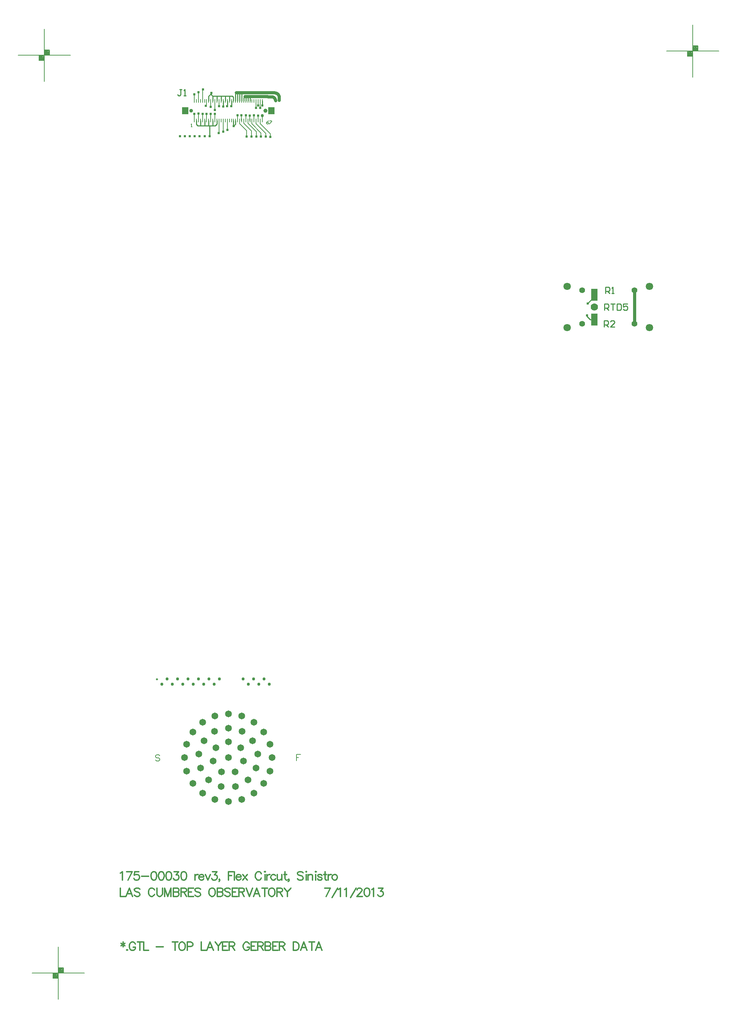
<source format=gtl>
%FSLAX23Y23*%
%MOIN*%
G70*
G01*
G75*
G04 Layer_Physical_Order=1*
G04 Layer_Color=255*
%ADD10C,0.030*%
%ADD11C,0.010*%
%ADD12R,0.010X0.035*%
%ADD13R,0.063X0.071*%
%ADD14R,0.059X0.118*%
%ADD15C,0.007*%
%ADD16C,0.012*%
%ADD17C,0.005*%
%ADD18C,0.008*%
%ADD19C,0.012*%
%ADD20C,0.012*%
%ADD21C,0.071*%
%ADD22C,0.055*%
%ADD23C,0.039*%
%ADD24C,0.035*%
%ADD25C,0.065*%
%ADD26C,0.070*%
%ADD27C,0.024*%
%ADD28C,0.030*%
%ADD29C,0.020*%
D10*
X27355Y22397D02*
X27354Y22406D01*
X27350Y22415D01*
X27344Y22423D01*
X27337Y22428D01*
X27328Y22432D01*
X27318Y22433D01*
X27280Y22435D02*
X27282Y22433D01*
X27391Y22425D02*
X27390Y22435D01*
X27386Y22445D01*
X27381Y22454D01*
X27373Y22461D01*
X27365Y22467D01*
X27355Y22470D01*
X27344Y22471D01*
Y22471D02*
X27343Y22473D01*
X27282Y22433D02*
X27318D01*
X27230Y22435D02*
X27280D01*
X27211D02*
X27230D01*
X27111D02*
X27211D01*
X27092D02*
X27111D01*
X27063D02*
X27092D01*
X27391Y22398D02*
Y22425D01*
X27151Y22473D02*
X27343D01*
X27031D02*
X27132D01*
X27011D02*
X27031D01*
X26980D02*
X27011D01*
X30786Y20264D02*
Y20587D01*
X27132Y22473D02*
X27151D01*
D11*
X27211Y22435D02*
X27210Y22433D01*
X26974Y22172D02*
Y22204D01*
X26955Y22153D02*
X26974Y22172D01*
X26744Y22450D02*
Y22468D01*
Y22450D02*
X26755Y22439D01*
X26944D01*
X26743Y22463D02*
Y22469D01*
X26718Y22438D02*
X26743Y22463D01*
Y22469D02*
X26744Y22468D01*
X26915Y22391D02*
Y22439D01*
X26876Y22391D02*
Y22439D01*
X26836Y22391D02*
Y22438D01*
X26797Y22391D02*
Y22438D01*
X26757Y22391D02*
Y22437D01*
X26718Y22391D02*
Y22438D01*
X26944Y22439D02*
X26954Y22429D01*
Y22391D02*
Y22429D01*
Y22154D02*
X26955Y22153D01*
X26954Y22154D02*
Y22204D01*
X26726Y22155D02*
X26726Y22155D01*
X26781D01*
X26614D02*
X26726D01*
X26726Y22057D02*
Y22155D01*
X26639Y22158D02*
Y22204D01*
X26679Y22161D02*
Y22204D01*
X26718Y22156D02*
Y22204D01*
X26757Y22158D02*
Y22204D01*
X26797Y22171D02*
Y22204D01*
X26781Y22155D02*
X26797Y22171D01*
X26600Y22170D02*
X26614Y22155D01*
X26600Y22170D02*
Y22204D01*
X27230Y22350D02*
Y22391D01*
Y22350D02*
X27230Y22349D01*
X27111Y22435D02*
X27112Y22434D01*
X27092Y22391D02*
Y22434D01*
X27112Y22391D02*
Y22434D01*
X27092Y22434D02*
X27092Y22435D01*
X27072Y22391D02*
Y22425D01*
X27053Y22391D02*
Y22425D01*
X27063Y22435D02*
X27072Y22425D01*
X27053Y22425D02*
X27063Y22435D01*
X27031Y22473D02*
X27033Y22471D01*
X27013Y22391D02*
Y22471D01*
X27033Y22391D02*
Y22471D01*
X27011Y22473D02*
X27013Y22471D01*
X26994Y22391D02*
Y22459D01*
X26974Y22391D02*
Y22466D01*
X26980Y22473D02*
X26994Y22459D01*
X26974Y22466D02*
X26980Y22473D01*
X26934Y22343D02*
X26935Y22344D01*
Y22391D01*
X26894Y22342D02*
X26895Y22343D01*
Y22391D01*
X26855Y22339D02*
X26856Y22340D01*
Y22391D01*
X30339Y20459D02*
X30404Y20524D01*
Y20543D01*
X30334Y20337D02*
Y20344D01*
X30364Y20307D02*
X30404D01*
X30334Y20337D02*
X30364Y20307D01*
X27230Y22434D02*
X27230Y22435D01*
X27151Y22473D02*
X27151Y22473D01*
X27131Y22472D02*
X27132Y22473D01*
X26813Y22085D02*
X26816Y22082D01*
X26459Y22503D02*
X26439D01*
X26449D01*
Y22453D01*
X26439Y22443D01*
X26429D01*
X26419Y22453D01*
X26479Y22443D02*
X26499D01*
X26489D01*
Y22503D01*
X26479Y22493D01*
X30500Y20396D02*
Y20456D01*
X30530D01*
X30540Y20446D01*
Y20426D01*
X30530Y20416D01*
X30500D01*
X30520D02*
X30540Y20396D01*
X30560Y20456D02*
X30600D01*
X30580D01*
Y20396D01*
X30620Y20456D02*
Y20396D01*
X30650D01*
X30660Y20406D01*
Y20446D01*
X30650Y20456D01*
X30620D01*
X30720D02*
X30680D01*
Y20426D01*
X30700Y20436D01*
X30710D01*
X30720Y20426D01*
Y20406D01*
X30710Y20396D01*
X30690D01*
X30680Y20406D01*
X30509Y20557D02*
Y20617D01*
X30539D01*
X30549Y20607D01*
Y20587D01*
X30539Y20577D01*
X30509D01*
X30529D02*
X30549Y20557D01*
X30569D02*
X30589D01*
X30579D01*
Y20617D01*
X30569Y20607D01*
X30495Y20236D02*
Y20296D01*
X30525D01*
X30535Y20286D01*
Y20266D01*
X30525Y20256D01*
X30495D01*
X30515D02*
X30535Y20236D01*
X30595D02*
X30555D01*
X30595Y20276D01*
Y20286D01*
X30585Y20296D01*
X30565D01*
X30555Y20286D01*
D12*
X27151Y22204D02*
D03*
X27131D02*
D03*
X27112D02*
D03*
X27092D02*
D03*
X27072D02*
D03*
X27053D02*
D03*
X27033D02*
D03*
X27013D02*
D03*
X26994D02*
D03*
X26974D02*
D03*
X26954D02*
D03*
X26935D02*
D03*
X26915D02*
D03*
X26895D02*
D03*
X26876D02*
D03*
X26856D02*
D03*
X26836D02*
D03*
X26817D02*
D03*
X26797D02*
D03*
X26777D02*
D03*
X26757D02*
D03*
X26738D02*
D03*
X26718D02*
D03*
X26698D02*
D03*
X26679D02*
D03*
X26659D02*
D03*
X26639D02*
D03*
X26620D02*
D03*
X26600D02*
D03*
X26580D02*
D03*
X27230Y22391D02*
D03*
X27210D02*
D03*
X27191D02*
D03*
X27171D02*
D03*
X27151D02*
D03*
X27131D02*
D03*
X27112D02*
D03*
X27092D02*
D03*
X27072D02*
D03*
X27053D02*
D03*
X27033D02*
D03*
X27013D02*
D03*
X26994D02*
D03*
X26974D02*
D03*
X26954D02*
D03*
X26935D02*
D03*
X26915D02*
D03*
X26895D02*
D03*
X26876D02*
D03*
X26856D02*
D03*
X26836D02*
D03*
X26817D02*
D03*
X26797D02*
D03*
X26777D02*
D03*
X26757D02*
D03*
X26738D02*
D03*
X26718D02*
D03*
X26698D02*
D03*
X26679D02*
D03*
X26659D02*
D03*
X26639D02*
D03*
X26620D02*
D03*
X26600D02*
D03*
X26580D02*
D03*
X27230Y22204D02*
D03*
X27210D02*
D03*
X27191D02*
D03*
X27171D02*
D03*
D13*
X26492Y22298D02*
D03*
X27318D02*
D03*
D14*
X30404Y20307D02*
D03*
Y20543D02*
D03*
D15*
X26993Y22205D02*
X26994Y22204D01*
X26993Y22205D02*
Y22255D01*
X27072Y22205D02*
X27072Y22204D01*
X27072Y22205D02*
Y22257D01*
X27151Y22204D02*
Y22254D01*
X27150Y22254D02*
X27151Y22254D01*
X27230Y22204D02*
X27230Y22205D01*
Y22253D01*
X27031Y22206D02*
X27033Y22204D01*
X27031Y22206D02*
Y22254D01*
X27111Y22205D02*
X27112Y22204D01*
X27111Y22205D02*
Y22253D01*
X27191Y22204D02*
Y22251D01*
X27190Y22251D02*
X27191Y22251D01*
X27080Y22052D02*
Y22110D01*
X27013Y22177D02*
X27080Y22110D01*
X27013Y22177D02*
Y22204D01*
X27126Y22052D02*
Y22106D01*
X27053Y22180D02*
X27126Y22106D01*
X27053Y22180D02*
Y22204D01*
X27173Y22051D02*
Y22098D01*
X27092Y22180D02*
X27173Y22098D01*
X27092Y22180D02*
Y22204D01*
X27218Y22051D02*
Y22087D01*
X27131Y22174D02*
X27218Y22087D01*
X27131Y22174D02*
Y22204D01*
X27262Y22051D02*
Y22083D01*
X27171Y22175D02*
X27262Y22083D01*
X27171Y22175D02*
Y22204D01*
X27305Y22050D02*
Y22079D01*
X27210Y22174D02*
X27305Y22079D01*
X27210Y22174D02*
Y22204D01*
X27169Y22389D02*
X27171Y22391D01*
X27169Y22328D02*
Y22389D01*
Y22328D02*
X27170Y22326D01*
X27189Y22390D02*
X27191Y22391D01*
X27189Y22349D02*
Y22390D01*
X27210Y22391D02*
X27210Y22391D01*
X27210Y22328D02*
Y22391D01*
Y22328D02*
X27210Y22327D01*
X26579Y22205D02*
X26580Y22204D01*
X26579Y22205D02*
Y22269D01*
X26579Y22269D02*
X26579Y22269D01*
X26620Y22204D02*
X26620Y22205D01*
Y22248D01*
X26620Y22249D02*
X26620Y22248D01*
X26620Y22249D02*
Y22272D01*
X26659Y22204D02*
Y22269D01*
X26698Y22204D02*
Y22268D01*
X26738Y22204D02*
Y22270D01*
X26777Y22204D02*
Y22269D01*
X26579Y22456D02*
X26580Y22455D01*
Y22391D02*
Y22455D01*
X26621Y22393D02*
Y22475D01*
X26620Y22391D02*
X26621Y22393D01*
X26659Y22391D02*
Y22499D01*
X26662Y22502D01*
X26691Y22347D02*
X26698Y22354D01*
Y22391D01*
X26698Y22391D01*
X26737Y22335D02*
Y22391D01*
X26738Y22391D01*
X26776Y22306D02*
Y22391D01*
X26777Y22391D01*
X26816Y22341D02*
Y22391D01*
X26817Y22391D01*
X26816Y22204D02*
X26817Y22204D01*
X26855Y22204D02*
X26856Y22204D01*
X26855Y22099D02*
Y22204D01*
X26895Y22116D02*
X26895Y22116D01*
X26895Y22116D02*
Y22204D01*
X26816Y22082D02*
Y22204D01*
D16*
X25899Y14364D02*
Y14318D01*
X25880Y14353D02*
X25918Y14330D01*
Y14353D02*
X25880Y14330D01*
X25938Y14292D02*
X25934Y14288D01*
X25938Y14284D01*
X25942Y14288D01*
X25938Y14292D01*
X26016Y14345D02*
X26012Y14353D01*
X26005Y14360D01*
X25997Y14364D01*
X25982D01*
X25974Y14360D01*
X25967Y14353D01*
X25963Y14345D01*
X25959Y14334D01*
Y14315D01*
X25963Y14303D01*
X25967Y14296D01*
X25974Y14288D01*
X25982Y14284D01*
X25997D01*
X26005Y14288D01*
X26012Y14296D01*
X26016Y14303D01*
Y14315D01*
X25997D02*
X26016D01*
X26061Y14364D02*
Y14284D01*
X26035Y14364D02*
X26088D01*
X26097D02*
Y14284D01*
X26143D01*
X26215Y14318D02*
X26283D01*
X26396Y14364D02*
Y14284D01*
X26370Y14364D02*
X26423D01*
X26455D02*
X26448Y14360D01*
X26440Y14353D01*
X26436Y14345D01*
X26433Y14334D01*
Y14315D01*
X26436Y14303D01*
X26440Y14296D01*
X26448Y14288D01*
X26455Y14284D01*
X26471D01*
X26478Y14288D01*
X26486Y14296D01*
X26490Y14303D01*
X26493Y14315D01*
Y14334D01*
X26490Y14345D01*
X26486Y14353D01*
X26478Y14360D01*
X26471Y14364D01*
X26455D01*
X26512Y14322D02*
X26546D01*
X26558Y14326D01*
X26562Y14330D01*
X26565Y14337D01*
Y14349D01*
X26562Y14356D01*
X26558Y14360D01*
X26546Y14364D01*
X26512D01*
Y14284D01*
X26646Y14364D02*
Y14284D01*
X26692D01*
X26762D02*
X26731Y14364D01*
X26701Y14284D01*
X26712Y14311D02*
X26750D01*
X26780Y14364D02*
X26811Y14326D01*
Y14284D01*
X26841Y14364D02*
X26811Y14326D01*
X26901Y14364D02*
X26851D01*
Y14284D01*
X26901D01*
X26851Y14326D02*
X26882D01*
X26914Y14364D02*
Y14284D01*
Y14364D02*
X26949D01*
X26960Y14360D01*
X26964Y14356D01*
X26968Y14349D01*
Y14341D01*
X26964Y14334D01*
X26960Y14330D01*
X26949Y14326D01*
X26914D01*
X26941D02*
X26968Y14284D01*
X27106Y14345D02*
X27102Y14353D01*
X27094Y14360D01*
X27086Y14364D01*
X27071D01*
X27064Y14360D01*
X27056Y14353D01*
X27052Y14345D01*
X27048Y14334D01*
Y14315D01*
X27052Y14303D01*
X27056Y14296D01*
X27064Y14288D01*
X27071Y14284D01*
X27086D01*
X27094Y14288D01*
X27102Y14296D01*
X27106Y14303D01*
Y14315D01*
X27086D02*
X27106D01*
X27173Y14364D02*
X27124D01*
Y14284D01*
X27173D01*
X27124Y14326D02*
X27154D01*
X27187Y14364D02*
Y14284D01*
Y14364D02*
X27221D01*
X27232Y14360D01*
X27236Y14356D01*
X27240Y14349D01*
Y14341D01*
X27236Y14334D01*
X27232Y14330D01*
X27221Y14326D01*
X27187D01*
X27213D02*
X27240Y14284D01*
X27258Y14364D02*
Y14284D01*
Y14364D02*
X27292D01*
X27304Y14360D01*
X27307Y14356D01*
X27311Y14349D01*
Y14341D01*
X27307Y14334D01*
X27304Y14330D01*
X27292Y14326D01*
X27258D02*
X27292D01*
X27304Y14322D01*
X27307Y14318D01*
X27311Y14311D01*
Y14299D01*
X27307Y14292D01*
X27304Y14288D01*
X27292Y14284D01*
X27258D01*
X27379Y14364D02*
X27329D01*
Y14284D01*
X27379D01*
X27329Y14326D02*
X27360D01*
X27392Y14364D02*
Y14284D01*
Y14364D02*
X27426D01*
X27438Y14360D01*
X27441Y14356D01*
X27445Y14349D01*
Y14341D01*
X27441Y14334D01*
X27438Y14330D01*
X27426Y14326D01*
X27392D01*
X27419D02*
X27445Y14284D01*
X27526Y14364D02*
Y14284D01*
Y14364D02*
X27553D01*
X27564Y14360D01*
X27572Y14353D01*
X27576Y14345D01*
X27579Y14334D01*
Y14315D01*
X27576Y14303D01*
X27572Y14296D01*
X27564Y14288D01*
X27553Y14284D01*
X27526D01*
X27658D02*
X27628Y14364D01*
X27597Y14284D01*
X27609Y14311D02*
X27647D01*
X27703Y14364D02*
Y14284D01*
X27677Y14364D02*
X27730D01*
X27801Y14284D02*
X27770Y14364D01*
X27740Y14284D01*
X27751Y14311D02*
X27789D01*
D17*
X26549Y22145D02*
X26559D01*
X26554D01*
Y22175D01*
X26549Y22170D01*
X27290Y22201D02*
X27280Y22196D01*
X27270Y22186D01*
Y22176D01*
X27275Y22171D01*
X27285D01*
X27290Y22176D01*
Y22181D01*
X27285Y22186D01*
X27270D01*
X27300Y22201D02*
X27320D01*
Y22196D01*
X27300Y22176D01*
Y22171D01*
D18*
X27598Y16155D02*
X27558D01*
Y16125D01*
X27578D01*
X27558D01*
Y16095D01*
X26251Y16143D02*
X26241Y16153D01*
X26221D01*
X26211Y16143D01*
Y16133D01*
X26221Y16123D01*
X26241D01*
X26251Y16113D01*
Y16103D01*
X26241Y16093D01*
X26221D01*
X26211Y16103D01*
X25300Y14094D02*
X25310D01*
Y14089D02*
Y14099D01*
X25300Y14089D02*
X25310D01*
X25300D02*
Y14099D01*
X25310D01*
X25315Y14084D02*
Y14099D01*
X25295Y14084D02*
X25315D01*
X25295D02*
Y14104D01*
X25315D01*
X25320Y14079D02*
Y14104D01*
X25290Y14079D02*
X25320D01*
X25290D02*
Y14109D01*
X25320D01*
X25325Y14074D02*
Y14114D01*
X25285Y14074D02*
X25325D01*
X25285D02*
Y14114D01*
X25325D01*
X25250Y14044D02*
X25260D01*
Y14039D02*
Y14049D01*
X25250Y14039D02*
X25260D01*
X25250D02*
Y14049D01*
X25260D01*
X25265Y14034D02*
Y14049D01*
X25245Y14034D02*
X25265D01*
X25245D02*
Y14054D01*
X25265D01*
X25270Y14029D02*
Y14054D01*
X25240Y14029D02*
X25270D01*
X25240D02*
Y14059D01*
X25270D01*
X25275Y14024D02*
Y14064D01*
X25235Y14024D02*
X25275D01*
X25235D02*
Y14064D01*
X25275D01*
X25230Y14019D02*
X25280D01*
X25230D02*
Y14069D01*
X25280Y14119D02*
X25330D01*
Y14069D02*
Y14119D01*
X25280Y13819D02*
Y14319D01*
X25030Y14069D02*
X25530D01*
X25165Y22853D02*
X25175D01*
Y22848D02*
Y22858D01*
X25165Y22848D02*
X25175D01*
X25165D02*
Y22858D01*
X25175D01*
X25180Y22843D02*
Y22858D01*
X25160Y22843D02*
X25180D01*
X25160D02*
Y22863D01*
X25180D01*
X25185Y22838D02*
Y22863D01*
X25155Y22838D02*
X25185D01*
X25155D02*
Y22868D01*
X25185D01*
X25190Y22833D02*
Y22873D01*
X25150Y22833D02*
X25190D01*
X25150D02*
Y22873D01*
X25190D01*
X25115Y22803D02*
X25125D01*
Y22798D02*
Y22808D01*
X25115Y22798D02*
X25125D01*
X25115D02*
Y22808D01*
X25125D01*
X25130Y22793D02*
Y22808D01*
X25110Y22793D02*
X25130D01*
X25110D02*
Y22813D01*
X25130D01*
X25135Y22788D02*
Y22813D01*
X25105Y22788D02*
X25135D01*
X25105D02*
Y22818D01*
X25135D01*
X25140Y22783D02*
Y22823D01*
X25100Y22783D02*
X25140D01*
X25100D02*
Y22823D01*
X25140D01*
X25095Y22778D02*
X25145D01*
X25095D02*
Y22828D01*
X25145Y22878D02*
X25195D01*
Y22828D02*
Y22878D01*
X25145Y22578D02*
Y23078D01*
X24895Y22828D02*
X25395D01*
X31364Y22893D02*
X31374D01*
Y22888D02*
Y22898D01*
X31364Y22888D02*
X31374D01*
X31364D02*
Y22898D01*
X31374D01*
X31379Y22883D02*
Y22898D01*
X31359Y22883D02*
X31379D01*
X31359D02*
Y22903D01*
X31379D01*
X31384Y22878D02*
Y22903D01*
X31354Y22878D02*
X31384D01*
X31354D02*
Y22908D01*
X31384D01*
X31389Y22873D02*
Y22913D01*
X31349Y22873D02*
X31389D01*
X31349D02*
Y22913D01*
X31389D01*
X31314Y22843D02*
X31324D01*
Y22838D02*
Y22848D01*
X31314Y22838D02*
X31324D01*
X31314D02*
Y22848D01*
X31324D01*
X31329Y22833D02*
Y22848D01*
X31309Y22833D02*
X31329D01*
X31309D02*
Y22853D01*
X31329D01*
X31334Y22828D02*
Y22853D01*
X31304Y22828D02*
X31334D01*
X31304D02*
Y22858D01*
X31334D01*
X31339Y22823D02*
Y22863D01*
X31299Y22823D02*
X31339D01*
X31299D02*
Y22863D01*
X31339D01*
X31294Y22818D02*
X31344D01*
X31294D02*
Y22868D01*
X31344Y22918D02*
X31394D01*
Y22868D02*
Y22918D01*
X31344Y22618D02*
Y23118D01*
X31094Y22868D02*
X31594D01*
D19*
X25874Y15021D02*
X25881Y15025D01*
X25893Y15036D01*
Y14956D01*
X25986Y15036D02*
X25948Y14956D01*
X25933Y15036D02*
X25986D01*
X26049D02*
X26011D01*
X26008Y15002D01*
X26011Y15006D01*
X26023Y15010D01*
X26034D01*
X26046Y15006D01*
X26053Y14998D01*
X26057Y14987D01*
Y14979D01*
X26053Y14968D01*
X26046Y14960D01*
X26034Y14956D01*
X26023D01*
X26011Y14960D01*
X26008Y14964D01*
X26004Y14971D01*
X26075Y14991D02*
X26144D01*
X26190Y15036D02*
X26179Y15032D01*
X26171Y15021D01*
X26167Y15002D01*
Y14991D01*
X26171Y14971D01*
X26179Y14960D01*
X26190Y14956D01*
X26198D01*
X26209Y14960D01*
X26217Y14971D01*
X26220Y14991D01*
Y15002D01*
X26217Y15021D01*
X26209Y15032D01*
X26198Y15036D01*
X26190D01*
X26261D02*
X26250Y15032D01*
X26242Y15021D01*
X26238Y15002D01*
Y14991D01*
X26242Y14971D01*
X26250Y14960D01*
X26261Y14956D01*
X26269D01*
X26280Y14960D01*
X26288Y14971D01*
X26292Y14991D01*
Y15002D01*
X26288Y15021D01*
X26280Y15032D01*
X26269Y15036D01*
X26261D01*
X26332D02*
X26321Y15032D01*
X26313Y15021D01*
X26310Y15002D01*
Y14991D01*
X26313Y14971D01*
X26321Y14960D01*
X26332Y14956D01*
X26340D01*
X26351Y14960D01*
X26359Y14971D01*
X26363Y14991D01*
Y15002D01*
X26359Y15021D01*
X26351Y15032D01*
X26340Y15036D01*
X26332D01*
X26388D02*
X26430D01*
X26407Y15006D01*
X26419D01*
X26427Y15002D01*
X26430Y14998D01*
X26434Y14987D01*
Y14979D01*
X26430Y14968D01*
X26423Y14960D01*
X26411Y14956D01*
X26400D01*
X26388Y14960D01*
X26385Y14964D01*
X26381Y14971D01*
X26475Y15036D02*
X26463Y15032D01*
X26456Y15021D01*
X26452Y15002D01*
Y14991D01*
X26456Y14971D01*
X26463Y14960D01*
X26475Y14956D01*
X26483D01*
X26494Y14960D01*
X26502Y14971D01*
X26505Y14991D01*
Y15002D01*
X26502Y15021D01*
X26494Y15032D01*
X26483Y15036D01*
X26475D01*
X26586Y15010D02*
Y14956D01*
Y14987D02*
X26590Y14998D01*
X26598Y15006D01*
X26605Y15010D01*
X26617D01*
X26624Y14987D02*
X26670D01*
Y14994D01*
X26666Y15002D01*
X26662Y15006D01*
X26654Y15010D01*
X26643D01*
X26635Y15006D01*
X26628Y14998D01*
X26624Y14987D01*
Y14979D01*
X26628Y14968D01*
X26635Y14960D01*
X26643Y14956D01*
X26654D01*
X26662Y14960D01*
X26670Y14968D01*
X26687Y15010D02*
X26710Y14956D01*
X26732Y15010D02*
X26710Y14956D01*
X26753Y15036D02*
X26795D01*
X26772Y15006D01*
X26783D01*
X26791Y15002D01*
X26795Y14998D01*
X26799Y14987D01*
Y14979D01*
X26795Y14968D01*
X26787Y14960D01*
X26776Y14956D01*
X26764D01*
X26753Y14960D01*
X26749Y14964D01*
X26745Y14971D01*
X26824Y14960D02*
X26820Y14956D01*
X26817Y14960D01*
X26820Y14964D01*
X26824Y14960D01*
Y14952D01*
X26820Y14945D01*
X26817Y14941D01*
X26905Y15036D02*
Y14956D01*
Y15036D02*
X26954D01*
X26905Y14998D02*
X26935D01*
X26963Y15036D02*
Y14956D01*
X26980Y14987D02*
X27026D01*
Y14994D01*
X27022Y15002D01*
X27018Y15006D01*
X27010Y15010D01*
X26999D01*
X26991Y15006D01*
X26984Y14998D01*
X26980Y14987D01*
Y14979D01*
X26984Y14968D01*
X26991Y14960D01*
X26999Y14956D01*
X27010D01*
X27018Y14960D01*
X27026Y14968D01*
X27043Y15010D02*
X27085Y14956D01*
Y15010D02*
X27043Y14956D01*
X27221Y15017D02*
X27218Y15025D01*
X27210Y15032D01*
X27202Y15036D01*
X27187D01*
X27179Y15032D01*
X27172Y15025D01*
X27168Y15017D01*
X27164Y15006D01*
Y14987D01*
X27168Y14975D01*
X27172Y14968D01*
X27179Y14960D01*
X27187Y14956D01*
X27202D01*
X27210Y14960D01*
X27218Y14968D01*
X27221Y14975D01*
X27251Y15036D02*
X27255Y15032D01*
X27259Y15036D01*
X27255Y15040D01*
X27251Y15036D01*
X27255Y15010D02*
Y14956D01*
X27273Y15010D02*
Y14956D01*
Y14987D02*
X27277Y14998D01*
X27285Y15006D01*
X27292Y15010D01*
X27304D01*
X27357Y14998D02*
X27349Y15006D01*
X27341Y15010D01*
X27330D01*
X27322Y15006D01*
X27315Y14998D01*
X27311Y14987D01*
Y14979D01*
X27315Y14968D01*
X27322Y14960D01*
X27330Y14956D01*
X27341D01*
X27349Y14960D01*
X27357Y14968D01*
X27374Y15010D02*
Y14971D01*
X27378Y14960D01*
X27385Y14956D01*
X27397D01*
X27404Y14960D01*
X27416Y14971D01*
Y15010D02*
Y14956D01*
X27448Y15036D02*
Y14971D01*
X27452Y14960D01*
X27459Y14956D01*
X27467D01*
X27437Y15010D02*
X27463D01*
X27486Y14960D02*
X27482Y14956D01*
X27478Y14960D01*
X27482Y14964D01*
X27486Y14960D01*
Y14952D01*
X27482Y14945D01*
X27478Y14941D01*
X27620Y15025D02*
X27612Y15032D01*
X27601Y15036D01*
X27586D01*
X27574Y15032D01*
X27566Y15025D01*
Y15017D01*
X27570Y15010D01*
X27574Y15006D01*
X27582Y15002D01*
X27605Y14994D01*
X27612Y14991D01*
X27616Y14987D01*
X27620Y14979D01*
Y14968D01*
X27612Y14960D01*
X27601Y14956D01*
X27586D01*
X27574Y14960D01*
X27566Y14968D01*
X27645Y15036D02*
X27649Y15032D01*
X27653Y15036D01*
X27649Y15040D01*
X27645Y15036D01*
X27649Y15010D02*
Y14956D01*
X27667Y15010D02*
Y14956D01*
Y14994D02*
X27678Y15006D01*
X27686Y15010D01*
X27697D01*
X27705Y15006D01*
X27709Y14994D01*
Y14956D01*
X27737Y15036D02*
X27741Y15032D01*
X27745Y15036D01*
X27741Y15040D01*
X27737Y15036D01*
X27741Y15010D02*
Y14956D01*
X27801Y14998D02*
X27797Y15006D01*
X27786Y15010D01*
X27774D01*
X27763Y15006D01*
X27759Y14998D01*
X27763Y14991D01*
X27771Y14987D01*
X27790Y14983D01*
X27797Y14979D01*
X27801Y14971D01*
Y14968D01*
X27797Y14960D01*
X27786Y14956D01*
X27774D01*
X27763Y14960D01*
X27759Y14968D01*
X27829Y15036D02*
Y14971D01*
X27833Y14960D01*
X27841Y14956D01*
X27848D01*
X27818Y15010D02*
X27844D01*
X27860D02*
Y14956D01*
Y14987D02*
X27864Y14998D01*
X27871Y15006D01*
X27879Y15010D01*
X27890D01*
X27916D02*
X27909Y15006D01*
X27901Y14998D01*
X27897Y14987D01*
Y14979D01*
X27901Y14968D01*
X27909Y14960D01*
X27916Y14956D01*
X27928D01*
X27936Y14960D01*
X27943Y14968D01*
X27947Y14979D01*
Y14987D01*
X27943Y14998D01*
X27936Y15006D01*
X27928Y15010D01*
X27916D01*
D20*
X25874Y14880D02*
Y14800D01*
X25920D01*
X25989D02*
X25959Y14880D01*
X25928Y14800D01*
X25940Y14827D02*
X25978D01*
X26061Y14868D02*
X26054Y14876D01*
X26042Y14880D01*
X26027D01*
X26016Y14876D01*
X26008Y14868D01*
Y14861D01*
X26012Y14853D01*
X26016Y14849D01*
X26023Y14846D01*
X26046Y14838D01*
X26054Y14834D01*
X26057Y14830D01*
X26061Y14823D01*
Y14811D01*
X26054Y14804D01*
X26042Y14800D01*
X26027D01*
X26016Y14804D01*
X26008Y14811D01*
X26199Y14861D02*
X26195Y14868D01*
X26188Y14876D01*
X26180Y14880D01*
X26165D01*
X26157Y14876D01*
X26150Y14868D01*
X26146Y14861D01*
X26142Y14849D01*
Y14830D01*
X26146Y14819D01*
X26150Y14811D01*
X26157Y14804D01*
X26165Y14800D01*
X26180D01*
X26188Y14804D01*
X26195Y14811D01*
X26199Y14819D01*
X26222Y14880D02*
Y14823D01*
X26225Y14811D01*
X26233Y14804D01*
X26244Y14800D01*
X26252D01*
X26264Y14804D01*
X26271Y14811D01*
X26275Y14823D01*
Y14880D01*
X26297D02*
Y14800D01*
Y14880D02*
X26327Y14800D01*
X26358Y14880D02*
X26327Y14800D01*
X26358Y14880D02*
Y14800D01*
X26381Y14880D02*
Y14800D01*
Y14880D02*
X26415D01*
X26427Y14876D01*
X26430Y14872D01*
X26434Y14865D01*
Y14857D01*
X26430Y14849D01*
X26427Y14846D01*
X26415Y14842D01*
X26381D02*
X26415D01*
X26427Y14838D01*
X26430Y14834D01*
X26434Y14827D01*
Y14815D01*
X26430Y14808D01*
X26427Y14804D01*
X26415Y14800D01*
X26381D01*
X26452Y14880D02*
Y14800D01*
Y14880D02*
X26486D01*
X26498Y14876D01*
X26502Y14872D01*
X26505Y14865D01*
Y14857D01*
X26502Y14849D01*
X26498Y14846D01*
X26486Y14842D01*
X26452D01*
X26479D02*
X26505Y14800D01*
X26573Y14880D02*
X26523D01*
Y14800D01*
X26573D01*
X26523Y14842D02*
X26554D01*
X26639Y14868D02*
X26632Y14876D01*
X26620Y14880D01*
X26605D01*
X26594Y14876D01*
X26586Y14868D01*
Y14861D01*
X26590Y14853D01*
X26594Y14849D01*
X26601Y14846D01*
X26624Y14838D01*
X26632Y14834D01*
X26636Y14830D01*
X26639Y14823D01*
Y14811D01*
X26632Y14804D01*
X26620Y14800D01*
X26605D01*
X26594Y14804D01*
X26586Y14811D01*
X26743Y14880D02*
X26735Y14876D01*
X26728Y14868D01*
X26724Y14861D01*
X26720Y14849D01*
Y14830D01*
X26724Y14819D01*
X26728Y14811D01*
X26735Y14804D01*
X26743Y14800D01*
X26758D01*
X26766Y14804D01*
X26773Y14811D01*
X26777Y14819D01*
X26781Y14830D01*
Y14849D01*
X26777Y14861D01*
X26773Y14868D01*
X26766Y14876D01*
X26758Y14880D01*
X26743D01*
X26800D02*
Y14800D01*
Y14880D02*
X26834D01*
X26845Y14876D01*
X26849Y14872D01*
X26853Y14865D01*
Y14857D01*
X26849Y14849D01*
X26845Y14846D01*
X26834Y14842D01*
X26800D02*
X26834D01*
X26845Y14838D01*
X26849Y14834D01*
X26853Y14827D01*
Y14815D01*
X26849Y14808D01*
X26845Y14804D01*
X26834Y14800D01*
X26800D01*
X26924Y14868D02*
X26917Y14876D01*
X26905Y14880D01*
X26890D01*
X26879Y14876D01*
X26871Y14868D01*
Y14861D01*
X26875Y14853D01*
X26879Y14849D01*
X26886Y14846D01*
X26909Y14838D01*
X26917Y14834D01*
X26921Y14830D01*
X26924Y14823D01*
Y14811D01*
X26917Y14804D01*
X26905Y14800D01*
X26890D01*
X26879Y14804D01*
X26871Y14811D01*
X26992Y14880D02*
X26942D01*
Y14800D01*
X26992D01*
X26942Y14842D02*
X26973D01*
X27005Y14880D02*
Y14800D01*
Y14880D02*
X27039D01*
X27051Y14876D01*
X27055Y14872D01*
X27058Y14865D01*
Y14857D01*
X27055Y14849D01*
X27051Y14846D01*
X27039Y14842D01*
X27005D01*
X27032D02*
X27058Y14800D01*
X27076Y14880D02*
X27107Y14800D01*
X27137Y14880D02*
X27107Y14800D01*
X27208D02*
X27178Y14880D01*
X27148Y14800D01*
X27159Y14827D02*
X27197D01*
X27254Y14880D02*
Y14800D01*
X27227Y14880D02*
X27280D01*
X27313D02*
X27305Y14876D01*
X27298Y14868D01*
X27294Y14861D01*
X27290Y14849D01*
Y14830D01*
X27294Y14819D01*
X27298Y14811D01*
X27305Y14804D01*
X27313Y14800D01*
X27328D01*
X27336Y14804D01*
X27343Y14811D01*
X27347Y14819D01*
X27351Y14830D01*
Y14849D01*
X27347Y14861D01*
X27343Y14868D01*
X27336Y14876D01*
X27328Y14880D01*
X27313D01*
X27370D02*
Y14800D01*
Y14880D02*
X27404D01*
X27415Y14876D01*
X27419Y14872D01*
X27423Y14865D01*
Y14857D01*
X27419Y14849D01*
X27415Y14846D01*
X27404Y14842D01*
X27370D01*
X27396D02*
X27423Y14800D01*
X27441Y14880D02*
X27471Y14842D01*
Y14800D01*
X27502Y14880D02*
X27471Y14842D01*
X27880Y14880D02*
X27841Y14800D01*
X27826Y14880D02*
X27880D01*
X27897Y14788D02*
X27951Y14880D01*
X27956Y14865D02*
X27964Y14868D01*
X27975Y14880D01*
Y14800D01*
X28015Y14865D02*
X28022Y14868D01*
X28034Y14880D01*
Y14800D01*
X28073Y14788D02*
X28127Y14880D01*
X28136Y14861D02*
Y14865D01*
X28140Y14872D01*
X28143Y14876D01*
X28151Y14880D01*
X28166D01*
X28174Y14876D01*
X28178Y14872D01*
X28182Y14865D01*
Y14857D01*
X28178Y14849D01*
X28170Y14838D01*
X28132Y14800D01*
X28185D01*
X28226Y14880D02*
X28215Y14876D01*
X28207Y14865D01*
X28203Y14846D01*
Y14834D01*
X28207Y14815D01*
X28215Y14804D01*
X28226Y14800D01*
X28234D01*
X28245Y14804D01*
X28253Y14815D01*
X28257Y14834D01*
Y14846D01*
X28253Y14865D01*
X28245Y14876D01*
X28234Y14880D01*
X28226D01*
X28275Y14865D02*
X28282Y14868D01*
X28294Y14880D01*
Y14800D01*
X28341Y14880D02*
X28383D01*
X28360Y14849D01*
X28371D01*
X28379Y14846D01*
X28383Y14842D01*
X28386Y14830D01*
Y14823D01*
X28383Y14811D01*
X28375Y14804D01*
X28364Y14800D01*
X28352D01*
X28341Y14804D01*
X28337Y14808D01*
X28333Y14815D01*
D21*
X30930Y20622D02*
D03*
Y20228D02*
D03*
X30142Y20229D02*
D03*
Y20623D02*
D03*
D22*
X30286Y20587D02*
D03*
X30786D02*
D03*
X30286Y20264D02*
D03*
X30786D02*
D03*
D23*
X27259Y22298D02*
D03*
D24*
X26551D02*
D03*
D25*
X27034Y16522D02*
D03*
X27151Y16462D02*
D03*
X27243Y15878D02*
D03*
X27151Y15786D02*
D03*
X27034Y15727D02*
D03*
X26905Y15706D02*
D03*
X26776Y15727D02*
D03*
X26659Y15786D02*
D03*
X26567Y15878D02*
D03*
X26508Y15995D02*
D03*
X26487Y16124D02*
D03*
X26508Y16253D02*
D03*
X26567Y16370D02*
D03*
X26659Y16462D02*
D03*
X26776Y16522D02*
D03*
X26905Y16542D02*
D03*
X27037Y16375D02*
D03*
X27138Y16285D02*
D03*
X27186Y16158D02*
D03*
X27170Y16024D02*
D03*
X27093Y15912D02*
D03*
X26973Y15849D02*
D03*
X26837Y15849D02*
D03*
X26717Y15912D02*
D03*
X26640Y16024D02*
D03*
X26624Y16158D02*
D03*
X26672Y16285D02*
D03*
X26774Y16375D02*
D03*
X26905Y16407D02*
D03*
X27022Y16218D02*
D03*
X27051Y16091D02*
D03*
X26970Y15989D02*
D03*
X26840Y15989D02*
D03*
X26759Y16091D02*
D03*
X26788Y16218D02*
D03*
X26905Y16274D02*
D03*
Y16124D02*
D03*
X27243Y16370D02*
D03*
X27303Y16253D02*
D03*
X27323Y16124D02*
D03*
X27303Y15995D02*
D03*
D26*
X30404Y20425D02*
D03*
D27*
X26743Y22469D02*
D03*
X26955Y22153D02*
D03*
X26993Y22255D02*
D03*
X27072Y22257D02*
D03*
X27150Y22254D02*
D03*
X27031D02*
D03*
X27111Y22253D02*
D03*
X27190Y22251D02*
D03*
X27170Y22326D02*
D03*
X27189Y22349D02*
D03*
X27210Y22327D02*
D03*
X27230Y22349D02*
D03*
X26934Y22343D02*
D03*
X26894Y22342D02*
D03*
X26855Y22339D02*
D03*
X27080Y22052D02*
D03*
X27126D02*
D03*
X27173Y22051D02*
D03*
X27218D02*
D03*
X27262D02*
D03*
X27305Y22050D02*
D03*
X30339Y20459D02*
D03*
X30334Y20344D02*
D03*
X26442Y22057D02*
D03*
X26490D02*
D03*
X26537Y22057D02*
D03*
X26584D02*
D03*
X26631Y22057D02*
D03*
X26726D02*
D03*
X26579Y22269D02*
D03*
X26620Y22272D02*
D03*
X26659Y22269D02*
D03*
X26698Y22268D02*
D03*
X26738Y22270D02*
D03*
X26777Y22269D02*
D03*
X26579Y22456D02*
D03*
X26621Y22475D02*
D03*
X26662Y22502D02*
D03*
X26691Y22347D02*
D03*
X26737Y22335D02*
D03*
X26776Y22306D02*
D03*
X26816Y22341D02*
D03*
X26813Y22085D02*
D03*
X26855Y22099D02*
D03*
X26895Y22116D02*
D03*
X26679Y22057D02*
D03*
D28*
X27230Y22253D02*
D03*
X27355Y22397D02*
D03*
X27391Y22398D02*
D03*
X26820Y16874D02*
D03*
X26620D02*
D03*
X26520D02*
D03*
X26420D02*
D03*
X26320D02*
D03*
X26670Y16824D02*
D03*
X26570D02*
D03*
X26470D02*
D03*
X27045Y16874D02*
D03*
X27145D02*
D03*
X27245D02*
D03*
X27095Y16824D02*
D03*
X27195D02*
D03*
X27295D02*
D03*
X26370D02*
D03*
X26270D02*
D03*
X26770D02*
D03*
X26720Y16874D02*
D03*
D29*
X26224Y16873D02*
D03*
M02*

</source>
